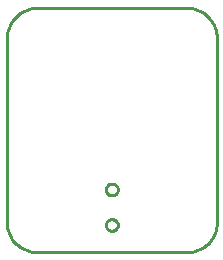
<source format=gbr>
G04 EAGLE Gerber RS-274X export*
G75*
%MOMM*%
%FSLAX34Y34*%
%LPD*%
%IN*%
%IPPOS*%
%AMOC8*
5,1,8,0,0,1.08239X$1,22.5*%
G01*
%ADD10C,0.254000*%


D10*
X0Y25400D02*
X97Y23186D01*
X386Y20989D01*
X865Y18826D01*
X1532Y16713D01*
X2380Y14666D01*
X3403Y12700D01*
X4594Y10831D01*
X5942Y9073D01*
X7440Y7440D01*
X9073Y5942D01*
X10831Y4594D01*
X12700Y3403D01*
X14666Y2380D01*
X16713Y1532D01*
X18826Y865D01*
X20989Y386D01*
X23186Y97D01*
X25400Y0D01*
X152400Y0D01*
X154614Y97D01*
X156811Y386D01*
X158974Y865D01*
X161087Y1532D01*
X163135Y2380D01*
X165100Y3403D01*
X166969Y4594D01*
X168727Y5942D01*
X170361Y7440D01*
X171858Y9073D01*
X173206Y10831D01*
X174397Y12700D01*
X175420Y14666D01*
X176268Y16713D01*
X176935Y18826D01*
X177414Y20989D01*
X177703Y23186D01*
X177800Y25400D01*
X177800Y181610D01*
X177703Y183824D01*
X177414Y186021D01*
X176935Y188184D01*
X176268Y190297D01*
X175420Y192345D01*
X174397Y194310D01*
X173206Y196179D01*
X171858Y197937D01*
X170361Y199571D01*
X168727Y201068D01*
X166969Y202416D01*
X165100Y203607D01*
X163135Y204630D01*
X161087Y205478D01*
X158974Y206145D01*
X156811Y206624D01*
X154614Y206913D01*
X152400Y207010D01*
X25400Y207010D01*
X23186Y206913D01*
X20989Y206624D01*
X18826Y206145D01*
X16713Y205478D01*
X14666Y204630D01*
X12700Y203607D01*
X10831Y202416D01*
X9073Y201068D01*
X7440Y199571D01*
X5942Y197937D01*
X4594Y196179D01*
X3403Y194310D01*
X2380Y192345D01*
X1532Y190297D01*
X865Y188184D01*
X386Y186021D01*
X97Y183824D01*
X0Y181610D01*
X0Y25400D01*
X89181Y58100D02*
X89739Y58037D01*
X90286Y57912D01*
X90816Y57727D01*
X91322Y57483D01*
X91798Y57184D01*
X92237Y56834D01*
X92634Y56437D01*
X92984Y55998D01*
X93283Y55522D01*
X93527Y55016D01*
X93712Y54486D01*
X93837Y53939D01*
X93900Y53381D01*
X93900Y52819D01*
X93837Y52261D01*
X93712Y51714D01*
X93527Y51184D01*
X93283Y50678D01*
X92984Y50202D01*
X92634Y49763D01*
X92237Y49366D01*
X91798Y49016D01*
X91322Y48717D01*
X90816Y48473D01*
X90286Y48288D01*
X89739Y48163D01*
X89181Y48100D01*
X88619Y48100D01*
X88061Y48163D01*
X87514Y48288D01*
X86984Y48473D01*
X86478Y48717D01*
X86002Y49016D01*
X85563Y49366D01*
X85166Y49763D01*
X84816Y50202D01*
X84517Y50678D01*
X84273Y51184D01*
X84088Y51714D01*
X83963Y52261D01*
X83900Y52819D01*
X83900Y53381D01*
X83963Y53939D01*
X84088Y54486D01*
X84273Y55016D01*
X84517Y55522D01*
X84816Y55998D01*
X85166Y56437D01*
X85563Y56834D01*
X86002Y57184D01*
X86478Y57483D01*
X86984Y57727D01*
X87514Y57912D01*
X88061Y58037D01*
X88619Y58100D01*
X89181Y58100D01*
X89181Y28100D02*
X89739Y28037D01*
X90286Y27912D01*
X90816Y27727D01*
X91322Y27483D01*
X91798Y27184D01*
X92237Y26834D01*
X92634Y26437D01*
X92984Y25998D01*
X93283Y25522D01*
X93527Y25016D01*
X93712Y24486D01*
X93837Y23939D01*
X93900Y23381D01*
X93900Y22819D01*
X93837Y22261D01*
X93712Y21714D01*
X93527Y21184D01*
X93283Y20678D01*
X92984Y20202D01*
X92634Y19763D01*
X92237Y19366D01*
X91798Y19016D01*
X91322Y18717D01*
X90816Y18473D01*
X90286Y18288D01*
X89739Y18163D01*
X89181Y18100D01*
X88619Y18100D01*
X88061Y18163D01*
X87514Y18288D01*
X86984Y18473D01*
X86478Y18717D01*
X86002Y19016D01*
X85563Y19366D01*
X85166Y19763D01*
X84816Y20202D01*
X84517Y20678D01*
X84273Y21184D01*
X84088Y21714D01*
X83963Y22261D01*
X83900Y22819D01*
X83900Y23381D01*
X83963Y23939D01*
X84088Y24486D01*
X84273Y25016D01*
X84517Y25522D01*
X84816Y25998D01*
X85166Y26437D01*
X85563Y26834D01*
X86002Y27184D01*
X86478Y27483D01*
X86984Y27727D01*
X87514Y27912D01*
X88061Y28037D01*
X88619Y28100D01*
X89181Y28100D01*
M02*

</source>
